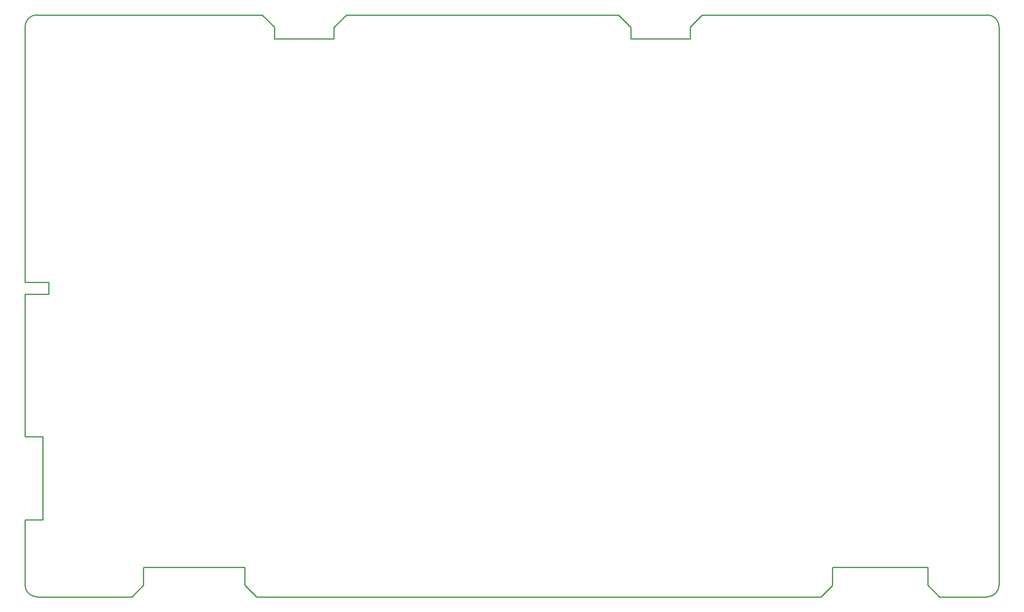
<source format=gm1>
G04*
G04 #@! TF.GenerationSoftware,Altium Limited,Altium Designer,23.9.2 (47)*
G04*
G04 Layer_Color=16711935*
%FSLAX44Y44*%
%MOMM*%
G71*
G04*
G04 #@! TF.SameCoordinates,666CD1C4-E099-4A84-9A31-6A8195F5D717*
G04*
G04*
G04 #@! TF.FilePolarity,Positive*
G04*
G01*
G75*
%ADD13C,0.2540*%
D13*
X0Y25400D02*
G03*
X25400Y0I25400J-0D01*
G01*
X2057400D02*
G03*
X2082800Y25400I0J25400D01*
G01*
Y1219200D02*
G03*
X2057400Y1244600I-25400J0D01*
G01*
X25400Y1244600D02*
G03*
X0Y1219200I-0J-25400D01*
G01*
X50711Y647700D02*
Y673100D01*
X0Y647700D02*
X50711D01*
X0Y673100D02*
X50711D01*
X25400Y0D02*
X228600Y0D01*
X253440Y24840D01*
Y62380D01*
X254000Y62940D01*
X469900D01*
Y25400D02*
Y62940D01*
Y25400D02*
X495300Y0D01*
X1701800D01*
X1725870Y24070D01*
Y61610D01*
X1727200Y62940D01*
X1930400D01*
X1930436Y62905D01*
Y24840D02*
Y62905D01*
Y24840D02*
X1955276Y0D01*
X2057400Y0D01*
X2082800Y25400D02*
Y1219200D01*
X1447800Y1244600D02*
X2057400Y1244600D01*
X1422400Y1219200D02*
X1447800Y1244600D01*
X1422400Y1193240D02*
Y1219200D01*
X1295400Y1193240D02*
X1422400D01*
X1295400D02*
Y1218443D01*
X1269243Y1244600D02*
X1295400Y1218443D01*
X687359Y1244600D02*
X1269243D01*
X660562Y1217803D02*
X687359Y1244600D01*
X660562Y1193401D02*
Y1217803D01*
X660400Y1193240D02*
X660562Y1193401D01*
X533400Y1193240D02*
X660400D01*
X533400D02*
Y1218640D01*
X507440Y1244600D02*
X533400Y1218640D01*
X25400Y1244600D02*
X507440Y1244600D01*
X0Y1209040D02*
Y1219200D01*
Y1209040D02*
X0Y1142440D01*
X0Y673100D01*
Y342340D02*
Y647700D01*
Y342340D02*
X38100D01*
Y164540D02*
Y342340D01*
X37870Y164771D02*
X38100Y164540D01*
X681Y164771D02*
X37870D01*
X0Y164089D02*
X681Y164771D01*
X0Y25400D02*
X0Y164089D01*
M02*

</source>
